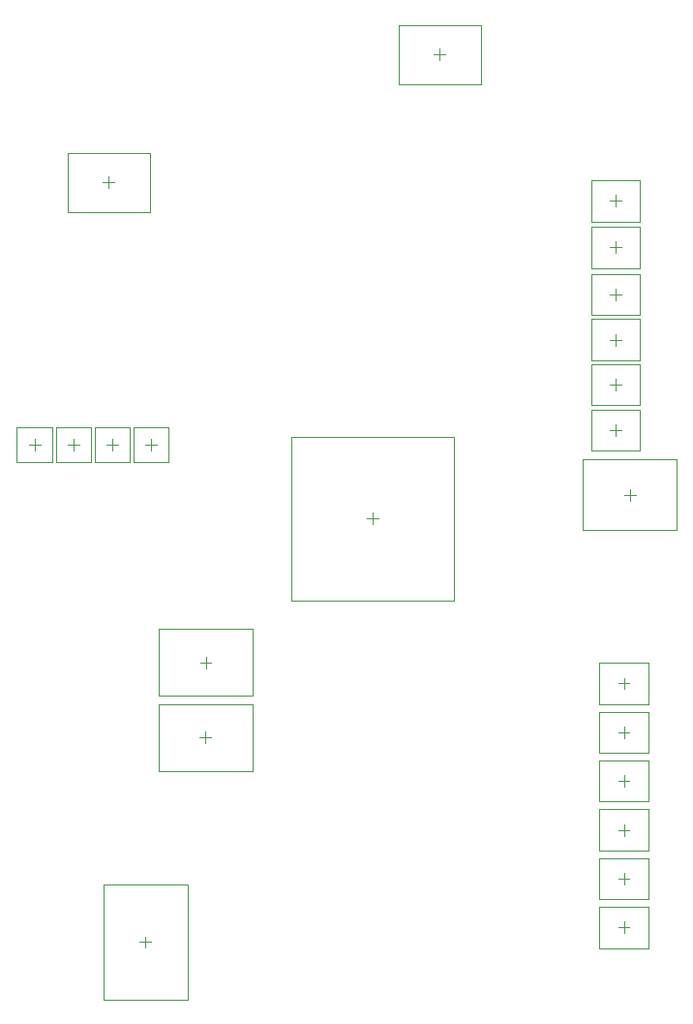
<source format=gbr>
%TF.GenerationSoftware,Altium Limited,Altium Designer,19.1.8 (144)*%
G04 Layer_Color=32768*
%FSLAX45Y45*%
%MOMM*%
%TF.FileFunction,Other,Mechanical_15*%
%TF.Part,Single*%
G01*
G75*
%TA.AperFunction,NonConductor*%
%ADD75C,0.10000*%
%ADD76C,0.05000*%
D75*
X1432443Y8282441D02*
X1532443D01*
X1482443Y8232441D02*
Y8332441D01*
X4379629Y9350163D02*
Y9450163D01*
X4329629Y9400163D02*
X4429629D01*
X785000Y5989993D02*
X885000D01*
X835000Y5939993D02*
Y6039994D01*
X1125279Y5989709D02*
X1225279D01*
X1175280Y5939709D02*
Y6039709D01*
X1465000Y5989993D02*
X1565000D01*
X1515001Y5939993D02*
Y6039994D01*
X1805000Y5989993D02*
X1905000D01*
X1855000Y5939993D02*
Y6039994D01*
X5867500Y6907500D02*
X5967500D01*
X5917500Y6857500D02*
Y6957500D01*
X5867500Y7301999D02*
X5967500D01*
X5917500Y7251999D02*
Y7352000D01*
X5867500Y6117500D02*
X5967500D01*
X5917500Y6067500D02*
Y6167500D01*
X5867500Y6513000D02*
X5967500D01*
X5917500Y6463000D02*
Y6563000D01*
X5867500Y7714500D02*
X5967500D01*
X5917500Y7664500D02*
Y7764500D01*
X5867500Y8121500D02*
X5967500D01*
X5917500Y8071500D02*
Y8171500D01*
X1805000Y1592500D02*
Y1692500D01*
X1755000Y1642500D02*
X1855000D01*
X5992500Y5552500D02*
X6092500D01*
X6042500Y5502500D02*
Y5602500D01*
X3742500Y5345000D02*
X3842500D01*
X3792500Y5295000D02*
Y5395000D01*
X5940001Y1770500D02*
X6040001D01*
X5990001Y1720500D02*
Y1820500D01*
X5940001Y2197000D02*
X6040001D01*
X5990001Y2147000D02*
Y2247000D01*
X5940000Y3476501D02*
X6040000D01*
X5990000Y3426501D02*
Y3526501D01*
X5940000Y3903000D02*
X6040000D01*
X5990000Y3853000D02*
Y3953000D01*
X5940000Y2623500D02*
X6040000D01*
X5990000Y2573500D02*
Y2673500D01*
X5940000Y3050000D02*
X6040000D01*
X5990000Y3000000D02*
Y3100000D01*
X2282500Y4088000D02*
X2382500D01*
X2332500Y4038000D02*
Y4138000D01*
X2280000Y3430000D02*
X2380000D01*
X2330000Y3380000D02*
Y3480000D01*
D76*
X1842443Y8022441D02*
Y8542441D01*
X1122443D02*
X1842443D01*
X1122443Y8022441D02*
X1842443D01*
X1122443D02*
Y8542441D01*
X4019629Y9140163D02*
X4739629D01*
X4019629Y9660163D02*
X4739629D01*
Y9140163D02*
Y9660163D01*
X4019629Y9140163D02*
Y9660163D01*
X680000Y5833993D02*
Y6145993D01*
X990000Y5833993D02*
Y6145993D01*
X680000D02*
X990000D01*
X680000Y5833993D02*
X990000D01*
X1020280Y5833709D02*
Y6145709D01*
X1330280Y5833709D02*
Y6145709D01*
X1020280D02*
X1330280D01*
X1020280Y5833709D02*
X1330280D01*
X1360001Y5833993D02*
Y6145993D01*
X1670000Y5833993D02*
Y6145993D01*
X1360001D02*
X1670000D01*
X1360001Y5833993D02*
X1670000D01*
X1700000D02*
Y6145993D01*
X2010000Y5833993D02*
Y6145993D01*
X1700000D02*
X2010000D01*
X1700000Y5833993D02*
X2010000D01*
X5705000Y6727500D02*
Y7087500D01*
X6130000Y6727500D02*
Y7087500D01*
X5705000D02*
X6130000D01*
X5705000Y6727500D02*
X6130000D01*
X5705001Y7121999D02*
Y7482000D01*
X6130000Y7121999D02*
Y7482000D01*
X5705001D02*
X6130000D01*
X5705001Y7121999D02*
X6130000D01*
X5705001Y5937500D02*
Y6297500D01*
X6130000Y5937500D02*
Y6297500D01*
X5705001D02*
X6130000D01*
X5705001Y5937500D02*
X6130000D01*
X5705001Y6333000D02*
Y6693000D01*
X6130000Y6333000D02*
Y6693000D01*
X5705001D02*
X6130000D01*
X5705001Y6333000D02*
X6130000D01*
X5705001Y7534500D02*
Y7894500D01*
X6130000Y7534500D02*
Y7894500D01*
X5705001D02*
X6130000D01*
X5705001Y7534500D02*
X6130000D01*
X5705000Y7941500D02*
Y8301500D01*
X6130000Y7941500D02*
Y8301500D01*
X5705000D02*
X6130000D01*
X5705000Y7941500D02*
X6130000D01*
X2175000Y1142500D02*
Y2142500D01*
X1435000Y1142500D02*
X2175000D01*
X1435000D02*
Y2142500D01*
X2175000D01*
X5632500Y5242500D02*
X6452500D01*
X5632500D02*
Y5862500D01*
X6452500D01*
Y5242500D02*
Y5862500D01*
X3077500Y4630000D02*
Y6060000D01*
X4507500Y4630000D02*
Y6060000D01*
X3077500D02*
X4507500D01*
X3077500Y4630000D02*
X4507500D01*
X5777501Y1590500D02*
Y1950500D01*
X6202501Y1590500D02*
Y1950500D01*
X5777501D02*
X6202501D01*
X5777501Y1590500D02*
X6202501D01*
X5777501Y2017000D02*
Y2377000D01*
X6202501Y2017000D02*
Y2377000D01*
X5777501D02*
X6202501D01*
X5777501Y2017000D02*
X6202501D01*
X5777501Y3296501D02*
Y3656501D01*
X6202500Y3296501D02*
Y3656501D01*
X5777501D02*
X6202500D01*
X5777501Y3296501D02*
X6202500D01*
X5777501Y3723000D02*
Y4083000D01*
X6202500Y3723000D02*
Y4083000D01*
X5777501D02*
X6202500D01*
X5777501Y3723000D02*
X6202500D01*
X5777501Y2443500D02*
Y2803500D01*
X6202500Y2443500D02*
Y2803500D01*
X5777501D02*
X6202500D01*
X5777501Y2443500D02*
X6202500D01*
X5777501Y2870000D02*
Y3230000D01*
X6202500Y2870000D02*
Y3230000D01*
X5777501D02*
X6202500D01*
X5777501Y2870000D02*
X6202500D01*
X2745000Y3793000D02*
Y4383000D01*
X1920000Y3793000D02*
Y4383000D01*
Y3793000D02*
X2745000D01*
X1920000Y4383000D02*
X2745000D01*
X2742500Y3135000D02*
Y3725000D01*
X1917500Y3135000D02*
Y3725000D01*
Y3135000D02*
X2742500D01*
X1917500Y3725000D02*
X2742500D01*
%TF.MD5,098e5ffd19fd680191ce9b5dcaa8cf98*%
M02*

</source>
